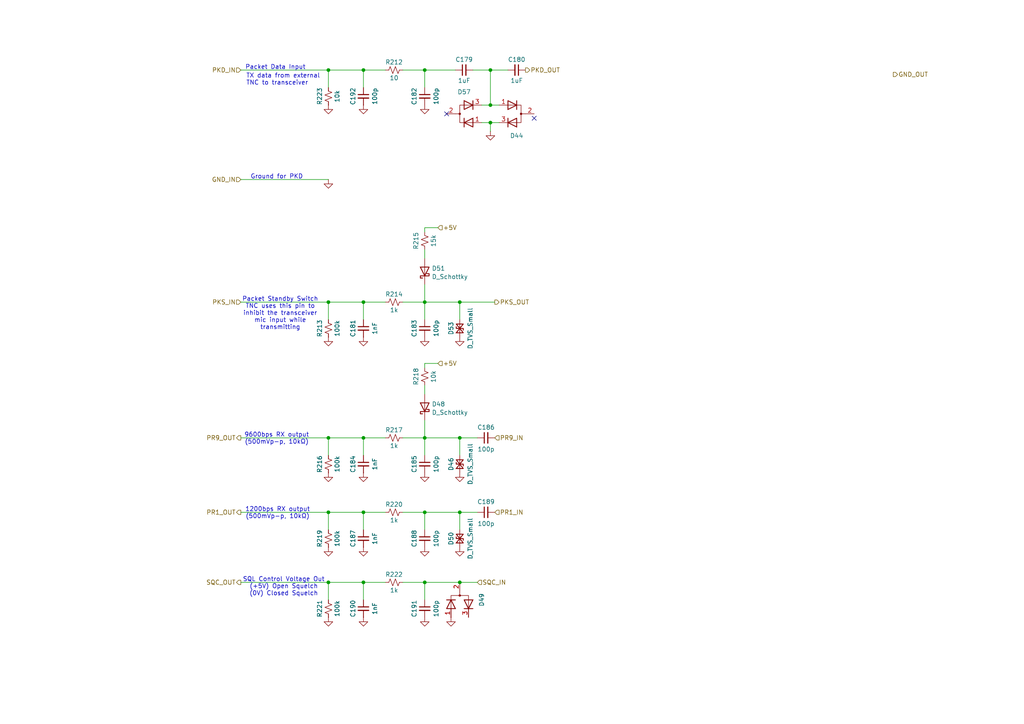
<source format=kicad_sch>
(kicad_sch (version 20250114) (generator "eeschema") (generator_version "9.0")
  (paper "A4")
  (lib_symbols
    (symbol "Device:C_Small" (pin_numbers (hide yes)) (pin_names (offset 0.254) (hide yes))
      (property "Reference" "C" (at 0.254 1.778 0))
      (property "Value" "C_Small" (at 0.254 -2.032 0))
      (symbol "C_Small_0_1"
        (polyline (pts (xy -1.524 0.508) (xy 1.524 0.508)) (stroke (width 0.3048)))
        (polyline (pts (xy -1.524 -0.508) (xy 1.524 -0.508)) (stroke (width 0.3302)))
      )
      (symbol "C_Small_1_1"
        (pin passive line (at 0 2.54 270) (length 2.032) (name "~") (number "1"))
        (pin passive line (at 0 -2.54 90) (length 2.032) (name "~") (number "2"))
      )
    )
    (symbol "Device:D_Dual_Series_ACK_Parallel" (pin_names (offset 0.762) (hide yes))
      (property "Reference" "D" (at 0 5.08 0))
      (property "Value" "D_Dual_Series_ACK_Parallel" (at 0 -5.08 0))
      (symbol "D_Dual_Series_ACK_Parallel_0_0"
        (polyline (pts (xy 0 -1.27) (xy 0 -3.81)) (stroke (width 0.254)))
        (polyline (pts (xy 2.54 3.81) (xy 2.54 1.27)) (stroke (width 0.254)))
      )
      (symbol "D_Dual_Series_ACK_Parallel_0_1"
        (circle (center -1.27 0) (radius 0.254) (fill (type outline)))
        (polyline (pts (xy -1.27 0) (xy -2.54 0)))
        (polyline (pts (xy 0 3.81) (xy 2.54 2.54) (xy 0 1.27) (xy 0 3.81) (xy 0 3.81) (xy 0 3.81)) (stroke (width 0.254)))
        (polyline (pts (xy 2.54 2.54) (xy -1.27 2.54) (xy -1.27 -2.54) (xy 2.54 -2.54)))
        (polyline (pts (xy 2.54 -1.27) (xy 0 -2.54) (xy 2.54 -3.81) (xy 2.54 -1.27) (xy 2.54 -1.27) (xy 2.54 -1.27)) (stroke (width 0.254)))
        (pin passive line (at -5.08 0 0) (length 2.54) (name "common") (number "2"))
        (pin passive line (at 5.08 2.54 180) (length 2.54) (name "K") (number "3"))
        (pin passive line (at 5.08 -2.54 180) (length 2.54) (name "A") (number "1"))
      )
    )
    (symbol "Device:D_Schottky" (pin_numbers (hide yes)) (pin_names (offset 1.016) (hide yes))
      (property "Reference" "D" (at 0 2.54 0))
      (property "Value" "D_Schottky" (at 0 -2.54 0))
      (symbol "D_Schottky_0_1"
        (polyline (pts (xy -1.905 0.635) (xy -1.905 1.27) (xy -1.27 1.27) (xy -1.27 -1.27) (xy -0.635 -1.27) (xy -0.635 -0.635)) (stroke (width 0.254)))
        (polyline (pts (xy 1.27 1.27) (xy 1.27 -1.27) (xy -1.27 0) (xy 1.27 1.27)) (stroke (width 0.254)))
        (polyline (pts (xy 1.27 0) (xy -1.27 0)))
      )
      (symbol "D_Schottky_1_1"
        (pin passive line (at -3.81 0 0) (length 2.54) (name "K") (number "1"))
        (pin passive line (at 3.81 0 180) (length 2.54) (name "A") (number "2"))
      )
    )
    (symbol "Device:D_TVS_Small" (pin_numbers (hide yes)) (pin_names (offset 1.016) (hide yes))
      (property "Reference" "D" (at 0 2.54 0))
      (property "Value" "D_TVS_Small" (at 0 -2.54 0))
      (symbol "D_TVS_Small_0_1"
        (polyline (pts (xy -1.27 1.016) (xy -1.27 -1.016) (xy 1.27 1.016) (xy 1.27 -1.016) (xy -1.27 1.016)) (stroke (width 0.254)))
        (polyline (pts (xy -1.27 0) (xy 1.27 0)))
        (polyline (pts (xy 0.508 1.016) (xy 0 1.016) (xy 0 -1.016) (xy -0.508 -1.016)) (stroke (width 0.254)))
      )
      (symbol "D_TVS_Small_1_1"
        (pin passive line (at -2.54 0 0) (length 1.27) (name "A1") (number "1"))
        (pin passive line (at 2.54 0 180) (length 1.27) (name "A2") (number "2"))
      )
    )
    (symbol "Device:R_Small_US" (pin_numbers (hide yes)) (pin_names (offset 0.254) (hide yes))
      (property "Reference" "R" (at 0.762 0.508 0))
      (property "Value" "R_Small_US" (at 0.762 -1.016 0))
      (symbol "R_Small_US_1_1"
        (polyline (pts (xy 0 1.524) (xy 1.016 1.143) (xy 0 0.762) (xy -1.016 0.381) (xy 0 0)))
        (polyline (pts (xy 0 0) (xy 1.016 -0.381) (xy 0 -0.762) (xy -1.016 -1.143) (xy 0 -1.524)))
        (pin passive line (at 0 2.54 270) (length 1.016) (name "~") (number "1"))
        (pin passive line (at 0 -2.54 90) (length 1.016) (name "~") (number "2"))
      )
    )
    (symbol "power:GND" (power) (pin_numbers (hide yes)) (pin_names (offset 0) (hide yes))
      (property "Value" "GND" (at 0 -3.81 0))
      (symbol "GND_0_1"
        (polyline (pts (xy 0 0) (xy 0 -1.27) (xy 1.27 -1.27) (xy 0 -2.54) (xy -1.27 -1.27) (xy 0 -1.27)))
      )
      (symbol "GND_1_1"
        (pin power_in line (at 0 0 270) (length 0) (name "~") (number "1"))
      )
    )
  )
  (text "1200bps RX output\n(500mVp-p, 10kΩ)" (at 80.518 148.844 0) (effects (font (size 1.27 1.27))))
  (text "Packet Standby Switch\nTNC uses this pin to\ninhibit the transceiver\nmic input while\ntransmitting" (at 81.28 90.932 0) (effects (font (size 1.27 1.27))))
  (text "Packet Data Input" (at 71.12 20.32 0) (effects (font (size 1.27 1.27)) (justify left bottom)))
  (text "Ground for PKD" (at 72.644 52.07 0) (effects (font (size 1.27 1.27)) (justify left bottom)))
  (text "9600bps RX output\n(500mVp-p, 10kΩ)" (at 80.264 127.254 0) (effects (font (size 1.27 1.27))))
  (text "SQL Control Voltage Out\n(+5V) Open Squelch\n(0V) Closed Squelch" (at 82.296 170.18 0) (effects (font (size 1.27 1.27))))
  (text "TX data from external\nTNC to transceiver" (at 71.374 21.336 0) (effects (font (size 1.27 1.27)) (justify left top)))
  (junction (at 133.35 87.63))
  (junction (at 123.19 168.91))
  (junction (at 123.19 87.63))
  (junction (at 142.24 35.56))
  (junction (at 105.41 168.91))
  (junction (at 133.35 148.59))
  (junction (at 105.41 20.32))
  (junction (at 95.25 148.59))
  (junction (at 105.41 148.59))
  (junction (at 133.35 168.91))
  (junction (at 123.19 127))
  (junction (at 123.19 148.59))
  (junction (at 105.41 127))
  (junction (at 123.19 20.32))
  (junction (at 95.25 168.91))
  (junction (at 105.41 87.63))
  (junction (at 142.24 20.32))
  (junction (at 133.35 127))
  (junction (at 95.25 20.32))
  (junction (at 95.25 87.63))
  (junction (at 142.24 30.48))
  (junction (at 95.25 127))
  (no_connect (at 154.94 34.29))
  (no_connect (at 129.54 33.02))
  (wire (pts (xy 123.19 66.04) (xy 123.19 67.31)))
  (wire (pts (xy 142.24 38.1) (xy 142.24 35.56)))
  (wire (pts (xy 95.25 168.91) (xy 95.25 173.99)))
  (wire (pts (xy 123.19 87.63) (xy 116.84 87.63)))
  (wire (pts (xy 147.32 20.32) (xy 142.24 20.32)))
  (wire (pts (xy 123.19 20.32) (xy 116.84 20.32)))
  (wire (pts (xy 95.25 168.91) (xy 105.41 168.91)))
  (wire (pts (xy 95.25 25.4) (xy 95.25 20.32)))
  (wire (pts (xy 69.85 20.32) (xy 95.25 20.32)))
  (wire (pts (xy 95.25 127) (xy 105.41 127)))
  (wire (pts (xy 105.41 20.32) (xy 111.76 20.32)))
  (wire (pts (xy 138.43 148.59) (xy 133.35 148.59)))
  (wire (pts (xy 123.19 105.41) (xy 123.19 106.68)))
  (wire (pts (xy 123.19 168.91) (xy 116.84 168.91)))
  (wire (pts (xy 105.41 92.71) (xy 105.41 87.63)))
  (wire (pts (xy 123.19 153.67) (xy 123.19 148.59)))
  (wire (pts (xy 95.25 148.59) (xy 105.41 148.59)))
  (wire (pts (xy 95.25 20.32) (xy 105.41 20.32)))
  (wire (pts (xy 142.24 35.56) (xy 139.7 35.56)))
  (wire (pts (xy 105.41 132.08) (xy 105.41 127)))
  (wire (pts (xy 133.35 87.63) (xy 123.19 87.63)))
  (wire (pts (xy 95.25 87.63) (xy 105.41 87.63)))
  (wire (pts (xy 133.35 153.67) (xy 133.35 148.59)))
  (wire (pts (xy 69.85 148.59) (xy 95.25 148.59)))
  (wire (pts (xy 105.41 25.4) (xy 105.41 20.32)))
  (wire (pts (xy 123.19 121.92) (xy 123.19 127)))
  (wire (pts (xy 95.25 153.67) (xy 95.25 148.59)))
  (wire (pts (xy 69.85 127) (xy 95.25 127)))
  (wire (pts (xy 133.35 168.91) (xy 138.43 168.91)))
  (wire (pts (xy 123.19 25.4) (xy 123.19 20.32)))
  (wire (pts (xy 69.85 87.63) (xy 95.25 87.63)))
  (wire (pts (xy 123.19 72.39) (xy 123.19 74.93)))
  (wire (pts (xy 133.35 132.08) (xy 133.35 127)))
  (wire (pts (xy 123.19 111.76) (xy 123.19 114.3)))
  (wire (pts (xy 105.41 127) (xy 111.76 127)))
  (wire (pts (xy 105.41 148.59) (xy 111.76 148.59)))
  (wire (pts (xy 123.19 168.91) (xy 133.35 168.91)))
  (wire (pts (xy 105.41 168.91) (xy 111.76 168.91)))
  (wire (pts (xy 137.16 20.32) (xy 142.24 20.32)))
  (wire (pts (xy 142.24 30.48) (xy 139.7 30.48)))
  (wire (pts (xy 133.35 148.59) (xy 123.19 148.59)))
  (wire (pts (xy 123.19 82.55) (xy 123.19 87.63)))
  (wire (pts (xy 144.78 35.56) (xy 142.24 35.56)))
  (wire (pts (xy 133.35 87.63) (xy 143.51 87.63)))
  (wire (pts (xy 105.41 153.67) (xy 105.41 148.59)))
  (wire (pts (xy 69.85 52.07) (xy 95.25 52.07)))
  (wire (pts (xy 95.25 92.71) (xy 95.25 87.63)))
  (wire (pts (xy 123.19 132.08) (xy 123.19 127)))
  (wire (pts (xy 133.35 127) (xy 123.19 127)))
  (wire (pts (xy 133.35 92.71) (xy 133.35 87.63)))
  (wire (pts (xy 123.19 127) (xy 116.84 127)))
  (wire (pts (xy 105.41 173.99) (xy 105.41 168.91)))
  (wire (pts (xy 127 105.41) (xy 123.19 105.41)))
  (wire (pts (xy 144.78 30.48) (xy 142.24 30.48)))
  (wire (pts (xy 123.19 92.71) (xy 123.19 87.63)))
  (wire (pts (xy 105.41 87.63) (xy 111.76 87.63)))
  (wire (pts (xy 138.43 127) (xy 133.35 127)))
  (wire (pts (xy 142.24 20.32) (xy 142.24 30.48)))
  (wire (pts (xy 69.85 168.91) (xy 95.25 168.91)))
  (wire (pts (xy 127 66.04) (xy 123.19 66.04)))
  (wire (pts (xy 95.25 132.08) (xy 95.25 127)))
  (wire (pts (xy 123.19 173.99) (xy 123.19 168.91)))
  (wire (pts (xy 123.19 20.32) (xy 132.08 20.32)))
  (wire (pts (xy 123.19 148.59) (xy 116.84 148.59)))
  (hierarchical_label "PR1_OUT" (shape output) (at 69.85 148.59 180))
  (hierarchical_label "PKD_OUT" (shape output) (at 152.4 20.32 0))
  (hierarchical_label "PR9_OUT" (shape output) (at 69.85 127 180))
  (hierarchical_label "PR1_IN" (shape input) (at 143.51 148.59 0))
  (hierarchical_label "PKD_IN" (shape input) (at 69.85 20.32 180))
  (hierarchical_label "PKS_OUT" (shape output) (at 143.51 87.63 0))
  (hierarchical_label "PKS_IN" (shape input) (at 69.85 87.63 180))
  (hierarchical_label "GND_OUT" (shape output) (at 259.08 21.59 0))
  (hierarchical_label "GND_IN" (shape input) (at 69.85 52.07 180))
  (hierarchical_label "+5V" (shape input) (at 127 105.41 0))
  (hierarchical_label "SQC_OUT" (shape output) (at 69.85 168.91 180))
  (hierarchical_label "+5V" (shape input) (at 127 66.04 0))
  (hierarchical_label "PR9_IN" (shape input) (at 143.51 127 0))
  (hierarchical_label "SQC_IN" (shape input) (at 138.43 168.91 0))
  (symbol (lib_id "Device:R_Small_US") (at 95.25 134.62 0) (unit 1)
    (property "Reference" "R225" (at 92.71 134.62 90))
    (property "Value" "100k" (at 97.79 134.62 90))
    (property "Description" "Resistor, small US symbol" (effects (hide yes)))
    (instances (project "PilotAudioPanel" (path "" (reference "R216") (unit 1)) (path "" (reference "R225") (unit 1)) (path "" (reference "R237") (unit 1))))
  )
  (symbol (lib_id "Device:C_Small") (at 105.41 134.62 0) (unit 1)
    (property "Reference" "C194" (at 102.362 134.62 90))
    (property "Value" "1nF" (at 108.712 134.62 90))
    (property "Description" "Unpolarized capacitor, small symbol" (effects (hide yes)))
    (instances (project "PilotAudioPanel" (path "" (reference "C184") (unit 1)) (path "" (reference "C194") (unit 1)) (path "" (reference "C208") (unit 1))))
  )
  (symbol (lib_id "power:GND") (at 123.19 30.48 0) (unit 1)
    (property "Reference" "#PWR0366" (effects (hide yes)))
    (property "Value" "GND" (effects (hide yes)))
    (property "Description" "Power symbol creates a global label with name \"GND\" , ground" (effects (hide yes)))
    (instances (project "PilotAudioPanel" (path "" (reference "#PWR0339") (unit 1)) (path "" (reference "#PWR0366") (unit 1)) (path "" (reference "#PWR0387") (unit 1))))
  )
  (symbol (lib_id "power:GND") (at 130.81 179.07 0) (mirror y) (unit 1)
    (property "Reference" "#PWR0371" (effects (hide yes)))
    (property "Value" "GND" (effects (hide yes)))
    (property "Description" "Power symbol creates a global label with name \"GND\" , ground" (effects (hide yes)))
    (instances (project "PilotAudioPanel" (path "" (reference "#PWR0353") (unit 1)) (path "" (reference "#PWR0371") (unit 1)) (path "" (reference "#PWR0392") (unit 1))))
  )
  (symbol (lib_id "Device:C_Small") (at 123.19 95.25 0) (unit 1)
    (property "Reference" "C198" (at 120.142 95.25 90))
    (property "Value" "100p" (at 126.492 95.25 90))
    (property "Description" "Unpolarized capacitor, small symbol" (effects (hide yes)))
    (instances (project "PilotAudioPanel" (path "" (reference "C183") (unit 1)) (path "" (reference "C198") (unit 1)) (path "" (reference "C212") (unit 1))))
  )
  (symbol (lib_id "power:GND") (at 133.35 158.75 0) (mirror y) (unit 1)
    (property "Reference" "#PWR0374" (effects (hide yes)))
    (property "Value" "GND" (effects (hide yes)))
    (property "Description" "Power symbol creates a global label with name \"GND\" , ground" (effects (hide yes)))
    (instances (project "PilotAudioPanel" (path "" (reference "#PWR0349") (unit 1)) (path "" (reference "#PWR0374") (unit 1)) (path "" (reference "#PWR0395") (unit 1))))
  )
  (symbol (lib_id "Device:R_Small_US") (at 95.25 95.25 0) (unit 1)
    (property "Reference" "R224" (at 92.71 95.25 90))
    (property "Value" "100k" (at 97.79 95.25 90))
    (property "Description" "Resistor, small US symbol" (effects (hide yes)))
    (instances (project "PilotAudioPanel" (path "" (reference "R213") (unit 1)) (path "" (reference "R224") (unit 1)) (path "" (reference "R236") (unit 1))))
  )
  (symbol (lib_id "Device:D_Schottky") (at 123.19 78.74 90) (unit 1)
    (property "Reference" "D51" (at 125.222 77.8453 90) (effects (justify right)))
    (property "Value" "D_Schottky" (at 125.222 80.2696 90) (effects (justify right)))
    (property "Description" "Schottky diode" (effects (hide yes)))
    (instances (project "PilotAudioPanel" (path "" (reference "D51") (unit 1)) (path "" (reference "D59") (unit 1))))
  )
  (symbol (lib_id "power:GND") (at 133.35 137.16 0) (mirror y) (unit 1)
    (property "Reference" "#PWR0373" (effects (hide yes)))
    (property "Value" "GND" (effects (hide yes)))
    (property "Description" "Power symbol creates a global label with name \"GND\" , ground" (effects (hide yes)))
    (instances (project "PilotAudioPanel" (path "" (reference "#PWR0345") (unit 1)) (path "" (reference "#PWR0373") (unit 1)) (path "" (reference "#PWR0394") (unit 1))))
  )
  (symbol (lib_id "power:GND") (at 105.41 158.75 0) (unit 1)
    (property "Reference" "#PWR0364" (effects (hide yes)))
    (property "Value" "GND" (effects (hide yes)))
    (property "Description" "Power symbol creates a global label with name \"GND\" , ground" (effects (hide yes)))
    (instances (project "PilotAudioPanel" (path "" (reference "#PWR0347") (unit 1)) (path "" (reference "#PWR0364") (unit 1)) (path "" (reference "#PWR0385") (unit 1))))
  )
  (symbol (lib_id "Device:C_Small") (at 134.62 20.32 90) (unit 1)
    (property "Reference" "C202" (at 134.62 17.272 90))
    (property "Value" "1uF" (at 134.62 23.368 90))
    (property "Description" "Unpolarized capacitor, small symbol" (effects (hide yes)))
    (instances (project "PilotAudioPanel" (path "" (reference "C179") (unit 1)) (path "" (reference "C202") (unit 1)) (path "" (reference "C216") (unit 1))))
  )
  (symbol (lib_id "Device:D_TVS_Small") (at 133.35 95.25 90) (unit 1)
    (property "Reference" "D53" (at 130.81 95.25 0))
    (property "Value" "D_TVS_Small" (at 136.398 95.25 0))
    (property "Description" "Bidirectional transient-voltage-suppression diode, small symbol" (effects (hide yes)))
    (instances (project "PilotAudioPanel" (path "" (reference "D53") (unit 1)) (path "" (reference "D61") (unit 1))))
  )
  (symbol (lib_id "Device:D_Dual_Series_ACK_Parallel") (at 134.62 33.02 0) (unit 1)
    (property "Reference" "D57" (at 134.62 26.67 0))
    (property "Value" "D_Dual_Series_ACK_Parallel" (effects (hide yes)))
    (property "Description" "Dual diode, anode/center/cathode" (effects (hide yes)))
    (instances (project "PilotAudioPanel" (path "" (reference "D57") (unit 1)) (path "" (reference "D65") (unit 1))))
  )
  (symbol (lib_id "power:GND") (at 95.25 179.07 0) (unit 1)
    (property "Reference" "#PWR0360" (effects (hide yes)))
    (property "Value" "GND" (effects (hide yes)))
    (property "Description" "Power symbol creates a global label with name \"GND\" , ground" (effects (hide yes)))
    (instances (project "PilotAudioPanel" (path "" (reference "#PWR0350") (unit 1)) (path "" (reference "#PWR0360") (unit 1)) (path "" (reference "#PWR0381") (unit 1))))
  )
  (symbol (lib_id "Device:D_Dual_Series_ACK_Parallel") (at 149.86 33.02 180) (unit 1)
    (property "Reference" "D58" (at 149.86 39.37 0))
    (property "Value" "D_Dual_Series_ACK_Parallel" (effects (hide yes)))
    (property "Description" "Dual diode, anode/center/cathode" (effects (hide yes)))
    (instances (project "PilotAudioPanel" (path "" (reference "D44") (unit 1)) (path "" (reference "D58") (unit 1)) (path "" (reference "D66") (unit 1))))
  )
  (symbol (lib_id "Device:R_Small_US") (at 114.3 168.91 90) (unit 1)
    (property "Reference" "R232" (at 114.3 166.624 90))
    (property "Value" "1k" (at 114.3 171.196 90))
    (property "Description" "Resistor, small US symbol" (effects (hide yes)))
    (instances (project "PilotAudioPanel" (path "" (reference "R222") (unit 1)) (path "" (reference "R232") (unit 1)) (path "" (reference "R244") (unit 1))))
  )
  (symbol (lib_id "Device:C_Small") (at 123.19 27.94 0) (unit 1)
    (property "Reference" "C197" (at 120.142 27.94 90))
    (property "Value" "100p" (at 126.492 27.94 90))
    (property "Description" "Unpolarized capacitor, small symbol" (effects (hide yes)))
    (instances (project "PilotAudioPanel" (path "" (reference "C182") (unit 1)) (path "" (reference "C197") (unit 1)) (path "" (reference "C211") (unit 1))))
  )
  (symbol (lib_id "power:GND") (at 123.19 179.07 0) (mirror y) (unit 1)
    (property "Reference" "#PWR0370" (effects (hide yes)))
    (property "Value" "GND" (effects (hide yes)))
    (property "Description" "Power symbol creates a global label with name \"GND\" , ground" (effects (hide yes)))
    (instances (project "PilotAudioPanel" (path "" (reference "#PWR0352") (unit 1)) (path "" (reference "#PWR0370") (unit 1)) (path "" (reference "#PWR0391") (unit 1))))
  )
  (symbol (lib_id "power:GND") (at 105.41 97.79 0) (unit 1)
    (property "Reference" "#PWR0362" (effects (hide yes)))
    (property "Value" "GND" (effects (hide yes)))
    (property "Description" "Power symbol creates a global label with name \"GND\" , ground" (effects (hide yes)))
    (instances (project "PilotAudioPanel" (path "" (reference "#PWR0338") (unit 1)) (path "" (reference "#PWR0362") (unit 1)) (path "" (reference "#PWR0383") (unit 1))))
  )
  (symbol (lib_id "power:GND") (at 123.19 158.75 0) (mirror y) (unit 1)
    (property "Reference" "#PWR0369" (effects (hide yes)))
    (property "Value" "GND" (effects (hide yes)))
    (property "Description" "Power symbol creates a global label with name \"GND\" , ground" (effects (hide yes)))
    (instances (project "PilotAudioPanel" (path "" (reference "#PWR0348") (unit 1)) (path "" (reference "#PWR0369") (unit 1)) (path "" (reference "#PWR0390") (unit 1))))
  )
  (symbol (lib_id "Device:C_Small") (at 123.19 176.53 0) (unit 1)
    (property "Reference" "C201" (at 120.142 176.53 90))
    (property "Value" "100p" (at 126.492 176.53 90))
    (property "Description" "Unpolarized capacitor, small symbol" (effects (hide yes)))
    (instances (project "PilotAudioPanel" (path "" (reference "C191") (unit 1)) (path "" (reference "C201") (unit 1)) (path "" (reference "C215") (unit 1))))
  )
  (symbol (lib_id "power:GND") (at 95.25 30.48 0) (unit 1)
    (property "Reference" "#PWR0355" (effects (hide yes)))
    (property "Value" "GND" (effects (hide yes)))
    (property "Description" "Power symbol creates a global label with name \"GND\" , ground" (effects (hide yes)))
    (instances (project "PilotAudioPanel" (path "" (reference "#PWR0355") (unit 1)) (path "" (reference "#PWR0376") (unit 1))))
  )
  (symbol (lib_id "power:GND") (at 95.25 137.16 0) (unit 1)
    (property "Reference" "#PWR0358" (effects (hide yes)))
    (property "Value" "GND" (effects (hide yes)))
    (property "Description" "Power symbol creates a global label with name \"GND\" , ground" (effects (hide yes)))
    (instances (project "PilotAudioPanel" (path "" (reference "#PWR0341") (unit 1)) (path "" (reference "#PWR0358") (unit 1)) (path "" (reference "#PWR0379") (unit 1))))
  )
  (symbol (lib_id "Device:C_Small") (at 105.41 95.25 0) (unit 1)
    (property "Reference" "C193" (at 102.362 95.25 90))
    (property "Value" "1nF" (at 108.712 95.25 90))
    (property "Description" "Unpolarized capacitor, small symbol" (effects (hide yes)))
    (instances (project "PilotAudioPanel" (path "" (reference "C181") (unit 1)) (path "" (reference "C193") (unit 1)) (path "" (reference "C207") (unit 1))))
  )
  (symbol (lib_id "Device:D_TVS_Small") (at 133.35 156.21 90) (unit 1)
    (property "Reference" "D55" (at 130.81 156.21 0))
    (property "Value" "D_TVS_Small" (at 136.398 156.21 0))
    (property "Description" "Bidirectional transient-voltage-suppression diode, small symbol" (effects (hide yes)))
    (instances (project "PilotAudioPanel" (path "" (reference "D50") (unit 1)) (path "" (reference "D55") (unit 1)) (path "" (reference "D63") (unit 1))))
  )
  (symbol (lib_id "Device:R_Small_US") (at 123.19 69.85 0) (unit 1)
    (property "Reference" "R233" (at 120.65 69.85 90))
    (property "Value" "15k" (at 125.73 69.85 90))
    (property "Description" "Resistor, small US symbol" (effects (hide yes)))
    (instances (project "PilotAudioPanel" (path "" (reference "R215") (unit 1)) (path "" (reference "R233") (unit 1)) (path "" (reference "R245") (unit 1))))
  )
  (symbol (lib_id "Device:R_Small_US") (at 114.3 87.63 90) (unit 1)
    (property "Reference" "R229" (at 114.3 85.344 90))
    (property "Value" "1k" (at 114.3 89.916 90))
    (property "Description" "Resistor, small US symbol" (effects (hide yes)))
    (instances (project "PilotAudioPanel" (path "" (reference "R214") (unit 1)) (path "" (reference "R229") (unit 1)) (path "" (reference "R241") (unit 1))))
  )
  (symbol (lib_id "power:GND") (at 123.19 137.16 0) (mirror y) (unit 1)
    (property "Reference" "#PWR0368" (effects (hide yes)))
    (property "Value" "GND" (effects (hide yes)))
    (property "Description" "Power symbol creates a global label with name \"GND\" , ground" (effects (hide yes)))
    (instances (project "PilotAudioPanel" (path "" (reference "#PWR0343") (unit 1)) (path "" (reference "#PWR0368") (unit 1)) (path "" (reference "#PWR0389") (unit 1))))
  )
  (symbol (lib_id "Device:C_Small") (at 140.97 127 90) (mirror x) (unit 1)
    (property "Reference" "C203" (at 140.97 123.952 90))
    (property "Value" "100p" (at 140.97 130.302 90))
    (property "Description" "Unpolarized capacitor, small symbol" (effects (hide yes)))
    (instances (project "PilotAudioPanel" (path "" (reference "C186") (unit 1)) (path "" (reference "C203") (unit 1)) (path "" (reference "C217") (unit 1))))
  )
  (symbol (lib_id "Device:C_Small") (at 140.97 148.59 90) (mirror x) (unit 1)
    (property "Reference" "C204" (at 140.97 145.542 90))
    (property "Value" "100p" (at 140.97 151.892 90))
    (property "Description" "Unpolarized capacitor, small symbol" (effects (hide yes)))
    (instances (project "PilotAudioPanel" (path "" (reference "C189") (unit 1)) (path "" (reference "C204") (unit 1)) (path "" (reference "C218") (unit 1))))
  )
  (symbol (lib_id "Device:D_TVS_Small") (at 133.35 134.62 90) (unit 1)
    (property "Reference" "D54" (at 130.81 134.62 0))
    (property "Value" "D_TVS_Small" (at 136.398 134.62 0))
    (property "Description" "Bidirectional transient-voltage-suppression diode, small symbol" (effects (hide yes)))
    (instances (project "PilotAudioPanel" (path "" (reference "D46") (unit 1)) (path "" (reference "D54") (unit 1)) (path "" (reference "D62") (unit 1))))
  )
  (symbol (lib_id "Device:R_Small_US") (at 95.25 176.53 0) (unit 1)
    (property "Reference" "R227" (at 92.71 176.53 90))
    (property "Value" "100k" (at 97.79 176.53 90))
    (property "Description" "Resistor, small US symbol" (effects (hide yes)))
    (instances (project "PilotAudioPanel" (path "" (reference "R221") (unit 1)) (path "" (reference "R227") (unit 1)) (path "" (reference "R239") (unit 1))))
  )
  (symbol (lib_id "power:GND") (at 95.25 97.79 0) (unit 1)
    (property "Reference" "#PWR0357" (effects (hide yes)))
    (property "Value" "GND" (effects (hide yes)))
    (property "Description" "Power symbol creates a global label with name \"GND\" , ground" (effects (hide yes)))
    (instances (project "PilotAudioPanel" (path "" (reference "#PWR0337") (unit 1)) (path "" (reference "#PWR0357") (unit 1)) (path "" (reference "#PWR0378") (unit 1))))
  )
  (symbol (lib_id "Device:R_Small_US") (at 95.25 156.21 0) (unit 1)
    (property "Reference" "R226" (at 92.71 156.21 90))
    (property "Value" "100k" (at 97.79 156.21 90))
    (property "Description" "Resistor, small US symbol" (effects (hide yes)))
    (instances (project "PilotAudioPanel" (path "" (reference "R219") (unit 1)) (path "" (reference "R226") (unit 1)) (path "" (reference "R238") (unit 1))))
  )
  (symbol (lib_id "power:GND") (at 105.41 137.16 0) (unit 1)
    (property "Reference" "#PWR0363" (effects (hide yes)))
    (property "Value" "GND" (effects (hide yes)))
    (property "Description" "Power symbol creates a global label with name \"GND\" , ground" (effects (hide yes)))
    (instances (project "PilotAudioPanel" (path "" (reference "#PWR0342") (unit 1)) (path "" (reference "#PWR0363") (unit 1)) (path "" (reference "#PWR0384") (unit 1))))
  )
  (symbol (lib_id "Device:C_Small") (at 105.41 156.21 0) (unit 1)
    (property "Reference" "C195" (at 102.362 156.21 90))
    (property "Value" "1nF" (at 108.712 156.21 90))
    (property "Description" "Unpolarized capacitor, small symbol" (effects (hide yes)))
    (instances (project "PilotAudioPanel" (path "" (reference "C187") (unit 1)) (path "" (reference "C195") (unit 1)) (path "" (reference "C209") (unit 1))))
  )
  (symbol (lib_id "Device:R_Small_US") (at 95.25 27.94 0) (unit 1)
    (property "Reference" "R223" (at 92.71 27.94 90))
    (property "Value" "10k" (at 97.79 27.94 90))
    (property "Description" "Resistor, small US symbol" (effects (hide yes)))
    (instances (project "PilotAudioPanel" (path "" (reference "R223") (unit 1)) (path "" (reference "R235") (unit 1))))
  )
  (symbol (lib_id "Device:C_Small") (at 105.41 27.94 0) (unit 1)
    (property "Reference" "C192" (at 102.362 27.94 90))
    (property "Value" "100p" (at 108.712 27.94 90))
    (property "Description" "Unpolarized capacitor, small symbol" (effects (hide yes)))
    (instances (project "PilotAudioPanel" (path "" (reference "C192") (unit 1)) (path "" (reference "C206") (unit 1))))
  )
  (symbol (lib_id "Device:R_Small_US") (at 114.3 127 90) (unit 1)
    (property "Reference" "R230" (at 114.3 124.714 90))
    (property "Value" "1k" (at 114.3 129.286 90))
    (property "Description" "Resistor, small US symbol" (effects (hide yes)))
    (instances (project "PilotAudioPanel" (path "" (reference "R217") (unit 1)) (path "" (reference "R230") (unit 1)) (path "" (reference "R242") (unit 1))))
  )
  (symbol (lib_id "Device:R_Small_US") (at 114.3 20.32 90) (unit 1)
    (property "Reference" "R228" (at 114.3 18.034 90))
    (property "Value" "10" (at 114.3 22.606 90))
    (property "Description" "Resistor, small US symbol" (effects (hide yes)))
    (instances (project "PilotAudioPanel" (path "" (reference "R212") (unit 1)) (path "" (reference "R228") (unit 1)) (path "" (reference "R240") (unit 1))))
  )
  (symbol (lib_id "Device:C_Small") (at 123.19 134.62 0) (unit 1)
    (property "Reference" "C199" (at 120.142 134.62 90))
    (property "Value" "100p" (at 126.492 134.62 90))
    (property "Description" "Unpolarized capacitor, small symbol" (effects (hide yes)))
    (instances (project "PilotAudioPanel" (path "" (reference "C185") (unit 1)) (path "" (reference "C199") (unit 1)) (path "" (reference "C213") (unit 1))))
  )
  (symbol (lib_id "Device:D_Dual_Series_ACK_Parallel") (at 133.35 173.99 270) (unit 1)
    (property "Reference" "D56" (at 139.7 173.99 0))
    (property "Value" "D_Dual_Series_ACK_Parallel" (effects (hide yes)))
    (property "Description" "Dual diode, anode/center/cathode" (effects (hide yes)))
    (instances (project "PilotAudioPanel" (path "" (reference "D49") (unit 1)) (path "" (reference "D56") (unit 1)) (path "" (reference "D64") (unit 1))))
  )
  (symbol (lib_id "Device:D_Schottky") (at 123.19 118.11 90) (unit 1)
    (property "Reference" "D52" (at 125.222 117.2153 90) (effects (justify right)))
    (property "Value" "D_Schottky" (at 125.222 119.6396 90) (effects (justify right)))
    (property "Description" "Schottky diode" (effects (hide yes)))
    (instances (project "PilotAudioPanel" (path "" (reference "D48") (unit 1)) (path "" (reference "D52") (unit 1)) (path "" (reference "D60") (unit 1))))
  )
  (symbol (lib_id "power:GND") (at 95.25 158.75 0) (unit 1)
    (property "Reference" "#PWR0359" (effects (hide yes)))
    (property "Value" "GND" (effects (hide yes)))
    (property "Description" "Power symbol creates a global label with name \"GND\" , ground" (effects (hide yes)))
    (instances (project "PilotAudioPanel" (path "" (reference "#PWR0346") (unit 1)) (path "" (reference "#PWR0359") (unit 1)) (path "" (reference "#PWR0380") (unit 1))))
  )
  (symbol (lib_id "power:GND") (at 133.35 97.79 0) (mirror y) (unit 1)
    (property "Reference" "#PWR0372" (effects (hide yes)))
    (property "Value" "GND" (effects (hide yes)))
    (property "Description" "Power symbol creates a global label with name \"GND\" , ground" (effects (hide yes)))
    (instances (project "PilotAudioPanel" (path "" (reference "#PWR0344") (unit 1)) (path "" (reference "#PWR0372") (unit 1)) (path "" (reference "#PWR0393") (unit 1))))
  )
  (symbol (lib_id "power:GND") (at 95.25 52.07 0) (unit 1)
    (property "Reference" "#PWR0356" (effects (hide yes)))
    (property "Value" "GND" (effects (hide yes)))
    (property "Description" "Power symbol creates a global label with name \"GND\" , ground" (effects (hide yes)))
    (instances (project "PilotAudioPanel" (path "" (reference "#PWR0354") (unit 1)) (path "" (reference "#PWR0356") (unit 1)) (path "" (reference "#PWR0377") (unit 1))))
  )
  (symbol (lib_id "power:GND") (at 105.41 30.48 0) (unit 1)
    (property "Reference" "#PWR0361" (effects (hide yes)))
    (property "Value" "GND" (effects (hide yes)))
    (property "Description" "Power symbol creates a global label with name \"GND\" , ground" (effects (hide yes)))
    (instances (project "PilotAudioPanel" (path "" (reference "#PWR0335") (unit 1)) (path "" (reference "#PWR0361") (unit 1)) (path "" (reference "#PWR0382") (unit 1))))
  )
  (symbol (lib_id "Device:R_Small_US") (at 123.19 109.22 0) (unit 1)
    (property "Reference" "R234" (at 120.65 109.22 90))
    (property "Value" "10k" (at 125.73 109.22 90))
    (property "Description" "Resistor, small US symbol" (effects (hide yes)))
    (instances (project "PilotAudioPanel" (path "" (reference "R218") (unit 1)) (path "" (reference "R234") (unit 1)) (path "" (reference "R246") (unit 1))))
  )
  (symbol (lib_id "power:GND") (at 142.24 38.1 0) (unit 1)
    (property "Reference" "#PWR0375" (effects (hide yes)))
    (property "Value" "GND" (effects (hide yes)))
    (property "Description" "Power symbol creates a global label with name \"GND\" , ground" (effects (hide yes)))
    (instances (project "PilotAudioPanel" (path "" (reference "#PWR0336") (unit 1)) (path "" (reference "#PWR0375") (unit 1)) (path "" (reference "#PWR0396") (unit 1))))
  )
  (symbol (lib_id "Device:C_Small") (at 123.19 156.21 0) (unit 1)
    (property "Reference" "C200" (at 120.142 156.21 90))
    (property "Value" "100p" (at 126.492 156.21 90))
    (property "Description" "Unpolarized capacitor, small symbol" (effects (hide yes)))
    (instances (project "PilotAudioPanel" (path "" (reference "C188") (unit 1)) (path "" (reference "C200") (unit 1)) (path "" (reference "C214") (unit 1))))
  )
  (symbol (lib_id "power:GND") (at 105.41 179.07 0) (unit 1)
    (property "Reference" "#PWR0365" (effects (hide yes)))
    (property "Value" "GND" (effects (hide yes)))
    (property "Description" "Power symbol creates a global label with name \"GND\" , ground" (effects (hide yes)))
    (instances (project "PilotAudioPanel" (path "" (reference "#PWR0351") (unit 1)) (path "" (reference "#PWR0365") (unit 1)) (path "" (reference "#PWR0386") (unit 1))))
  )
  (symbol (lib_id "Device:C_Small") (at 105.41 176.53 0) (unit 1)
    (property "Reference" "C196" (at 102.362 176.53 90))
    (property "Value" "1nF" (at 108.712 176.53 90))
    (property "Description" "Unpolarized capacitor, small symbol" (effects (hide yes)))
    (instances (project "PilotAudioPanel" (path "" (reference "C190") (unit 1)) (path "" (reference "C196") (unit 1)) (path "" (reference "C210") (unit 1))))
  )
  (symbol (lib_id "power:GND") (at 123.19 97.79 0) (mirror y) (unit 1)
    (property "Reference" "#PWR0367" (effects (hide yes)))
    (property "Value" "GND" (effects (hide yes)))
    (property "Description" "Power symbol creates a global label with name \"GND\" , ground" (effects (hide yes)))
    (instances (project "PilotAudioPanel" (path "" (reference "#PWR0340") (unit 1)) (path "" (reference "#PWR0367") (unit 1)) (path "" (reference "#PWR0388") (unit 1))))
  )
  (symbol (lib_id "Device:C_Small") (at 149.86 20.32 270) (mirror x) (unit 1)
    (property "Reference" "C205" (at 149.86 17.272 90))
    (property "Value" "1uF" (at 149.86 23.368 90))
    (property "Description" "Unpolarized capacitor, small symbol" (effects (hide yes)))
    (instances (project "PilotAudioPanel" (path "" (reference "C180") (unit 1)) (path "" (reference "C205") (unit 1)) (path "" (reference "C219") (unit 1))))
  )
  (symbol (lib_id "Device:R_Small_US") (at 114.3 148.59 90) (unit 1)
    (property "Reference" "R231" (at 114.3 146.304 90))
    (property "Value" "1k" (at 114.3 150.876 90))
    (property "Description" "Resistor, small US symbol" (effects (hide yes)))
    (instances (project "PilotAudioPanel" (path "" (reference "R220") (unit 1)) (path "" (reference "R231") (unit 1)) (path "" (reference "R243") (unit 1))))
  )
)
</source>
